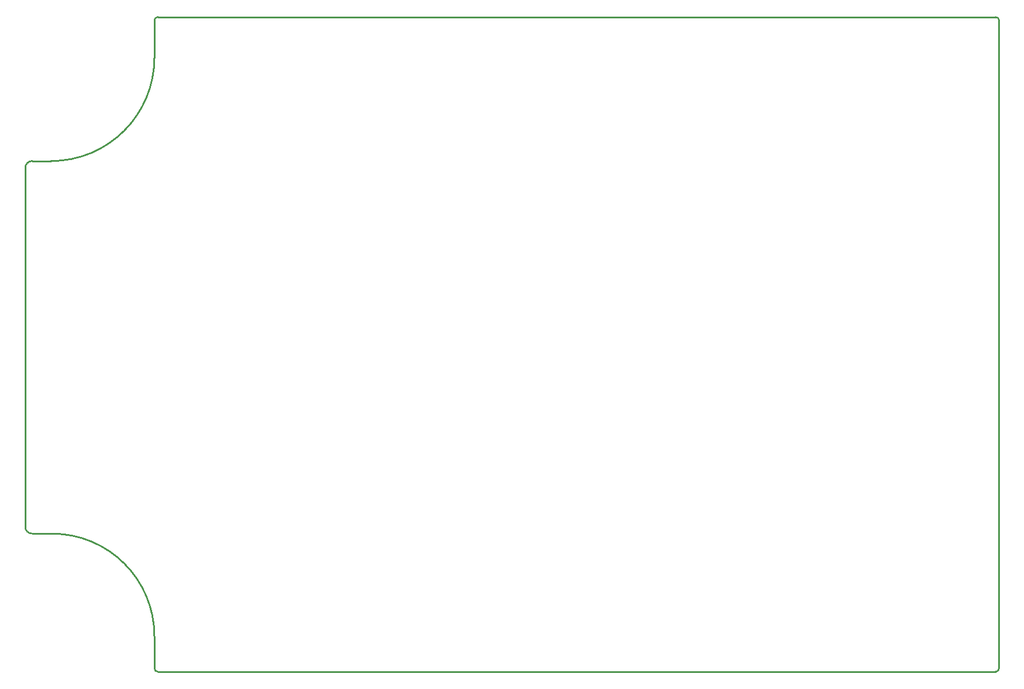
<source format=gm1>
G04*
G04 #@! TF.GenerationSoftware,Altium Limited,Altium Designer,25.8.1 (18)*
G04*
G04 Layer_Color=16711935*
%FSLAX25Y25*%
%MOIN*%
G70*
G04*
G04 #@! TF.SameCoordinates,E1838567-EF02-44A7-8A02-23B903FEE0B8*
G04*
G04*
G04 #@! TF.FilePolarity,Positive*
G04*
G01*
G75*
%ADD16C,0.01000*%
D16*
X178969Y420276D02*
G03*
X177000Y418307I0J-1969D01*
G01*
X667500D02*
G03*
X665531Y420276I-1969J0D01*
G01*
X665531Y39862D02*
G03*
X667500Y41831I0J1969D01*
G01*
X177000D02*
G03*
X178969Y39862I1969J0D01*
G01*
X117000Y336595D02*
G03*
X177000Y396595I0J60000D01*
G01*
Y60594D02*
G03*
X117500Y120095I-59500J0D01*
G01*
X102000Y124094D02*
G03*
X106000Y120095I4000J0D01*
G01*
Y336595D02*
G03*
X102000Y332594I0J-4000D01*
G01*
X178969Y420276D02*
X665531D01*
X177000Y400595D02*
Y418307D01*
X667500Y400098D02*
Y418307D01*
X178969Y39862D02*
X665531D01*
X667500Y41831D02*
Y60594D01*
X177000Y41831D02*
Y60532D01*
X667500Y396595D02*
Y400595D01*
X177000Y396595D02*
Y400595D01*
X667500Y60594D02*
Y396595D01*
X106000Y120095D02*
X117500D01*
X106000Y336595D02*
X117000D01*
X102000Y124094D02*
X102000Y332594D01*
M02*

</source>
